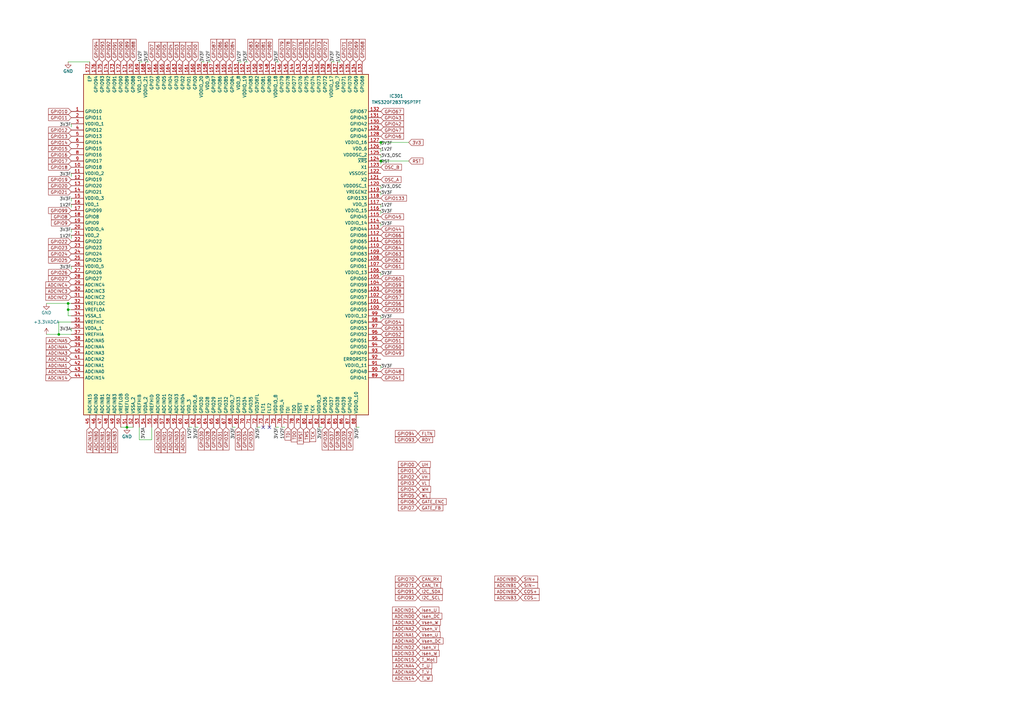
<source format=kicad_sch>
(kicad_sch (version 20231120) (generator "eeschema") (generator_version "8.0")
  (paper "A3")
  (lib_symbols
    (symbol "Samacsys_kicad_sym:TMS320F28379SPTPT"
      (property "Reference" "IC" (at 123.19 20.32 0))
      (property "Value" "TMS320F28379SPTPT" (at 123.19 17.78 0))
      (symbol "TMS320F28379SPTPT_1_1"
        (rectangle (start 5.08 15.24) (end 121.92 -124.46) (stroke (width 0.254)) (fill (type background)))
        (pin passive line (at 0 0 0) (length 5.08) (name "GPIO10") (number "1"))
        (pin passive line (at 0 -22.86 0) (length 5.08) (name "GPIO18") (number "10"))
        (pin passive line (at 127 -81.28 180) (length 5.08) (name "GPIO55") (number "100"))
        (pin passive line (at 127 -78.74 180) (length 5.08) (name "GPIO56") (number "101"))
        (pin passive line (at 127 -76.2 180) (length 5.08) (name "GPIO57") (number "102"))
        (pin passive line (at 127 -73.66 180) (length 5.08) (name "GPIO58") (number "103"))
        (pin passive line (at 127 -71.12 180) (length 5.08) (name "GPIO59") (number "104"))
        (pin passive line (at 127 -68.58 180) (length 5.08) (name "GPIO60") (number "105"))
        (pin passive line (at 127 -66.04 180) (length 5.08) (name "VDDIO_13") (number "106"))
        (pin passive line (at 127 -63.5 180) (length 5.08) (name "GPIO61") (number "107"))
        (pin passive line (at 127 -60.96 180) (length 5.08) (name "GPIO62") (number "108"))
        (pin passive line (at 127 -58.42 180) (length 5.08) (name "GPIO63") (number "109"))
        (pin passive line (at 0 -25.4 0) (length 5.08) (name "VDDIO_2") (number "11"))
        (pin passive line (at 127 -55.88 180) (length 5.08) (name "GPIO64") (number "110"))
        (pin passive line (at 127 -53.34 180) (length 5.08) (name "GPIO65") (number "111"))
        (pin passive line (at 127 -50.8 180) (length 5.08) (name "GPIO66") (number "112"))
        (pin passive line (at 127 -48.26 180) (length 5.08) (name "GPIO44") (number "113"))
        (pin passive line (at 127 -45.72 180) (length 5.08) (name "VDDIO_14") (number "114"))
        (pin passive line (at 127 -43.18 180) (length 5.08) (name "GPIO45") (number "115"))
        (pin passive line (at 127 -40.64 180) (length 5.08) (name "VDDIO_15") (number "116"))
        (pin passive line (at 127 -38.1 180) (length 5.08) (name "VDD_5") (number "117"))
        (pin passive line (at 127 -35.56 180) (length 5.08) (name "GPIO133") (number "118"))
        (pin passive line (at 127 -33.02 180) (length 5.08) (name "VREGENZ") (number "119"))
        (pin passive line (at 0 -27.94 0) (length 5.08) (name "GPIO19") (number "12"))
        (pin passive line (at 127 -30.48 180) (length 5.08) (name "VDDOSC_1") (number "120"))
        (pin passive line (at 127 -27.94 180) (length 5.08) (name "X2") (number "121"))
        (pin passive line (at 127 -25.4 180) (length 5.08) (name "VSSOSC") (number "122"))
        (pin passive line (at 127 -22.86 180) (length 5.08) (name "X1") (number "123"))
        (pin passive line (at 127 -20.32 180) (length 5.08) (name "~{XRS}") (number "124"))
        (pin passive line (at 127 -17.78 180) (length 5.08) (name "VDDOSC_2") (number "125"))
        (pin passive line (at 127 -15.24 180) (length 5.08) (name "VDD_6") (number "126"))
        (pin passive line (at 127 -12.7 180) (length 5.08) (name "VDDIO_16") (number "127"))
        (pin passive line (at 127 -10.16 180) (length 5.08) (name "GPIO46") (number "128"))
        (pin passive line (at 127 -7.62 180) (length 5.08) (name "GPIO47") (number "129"))
        (pin passive line (at 0 -30.48 0) (length 5.08) (name "GPIO20") (number "13"))
        (pin passive line (at 127 -5.08 180) (length 5.08) (name "GPIO42") (number "130"))
        (pin passive line (at 127 -2.54 180) (length 5.08) (name "GPIO43") (number "131"))
        (pin passive line (at 127 0 180) (length 5.08) (name "GPIO67") (number "132"))
        (pin passive line (at 119.38 20.32 270) (length 5.08) (name "GPIO68") (number "133"))
        (pin passive line (at 116.84 20.32 270) (length 5.08) (name "GPIO69") (number "134"))
        (pin passive line (at 114.3 20.32 270) (length 5.08) (name "GPIO70") (number "135"))
        (pin passive line (at 111.76 20.32 270) (length 5.08) (name "GPIO71") (number "136"))
        (pin passive line (at 109.22 20.32 270) (length 5.08) (name "VDD_7") (number "137"))
        (pin passive line (at 106.68 20.32 270) (length 5.08) (name "VDDIO_17") (number "138"))
        (pin passive line (at 104.14 20.32 270) (length 5.08) (name "GPIO72") (number "139"))
        (pin passive line (at 0 -33.02 0) (length 5.08) (name "GPIO21") (number "14"))
        (pin passive line (at 101.6 20.32 270) (length 5.08) (name "GPIO73") (number "140"))
        (pin passive line (at 99.06 20.32 270) (length 5.08) (name "GPIO74") (number "141"))
        (pin passive line (at 96.52 20.32 270) (length 5.08) (name "GPIO75") (number "142"))
        (pin passive line (at 93.98 20.32 270) (length 5.08) (name "GPIO76") (number "143"))
        (pin passive line (at 91.44 20.32 270) (length 5.08) (name "GPIO77") (number "144"))
        (pin passive line (at 88.9 20.32 270) (length 5.08) (name "GPIO78") (number "145"))
        (pin passive line (at 86.36 20.32 270) (length 5.08) (name "GPIO79") (number "146"))
        (pin passive line (at 83.82 20.32 270) (length 5.08) (name "VDDIO_18") (number "147"))
        (pin passive line (at 81.28 20.32 270) (length 5.08) (name "GPIO80") (number "148"))
        (pin passive line (at 78.74 20.32 270) (length 5.08) (name "GPIO81") (number "149"))
        (pin passive line (at 0 -35.56 0) (length 5.08) (name "VDDIO_3") (number "15"))
        (pin passive line (at 76.2 20.32 270) (length 5.08) (name "GPIO82") (number "150"))
        (pin passive line (at 73.66 20.32 270) (length 5.08) (name "GPIO83") (number "151"))
        (pin passive line (at 71.12 20.32 270) (length 5.08) (name "VDDIO_19") (number "152"))
        (pin passive line (at 68.58 20.32 270) (length 5.08) (name "VDD_8") (number "153"))
        (pin passive line (at 66.04 20.32 270) (length 5.08) (name "GPIO84") (number "154"))
        (pin passive line (at 63.5 20.32 270) (length 5.08) (name "GPIO85") (number "155"))
        (pin passive line (at 60.96 20.32 270) (length 5.08) (name "GPIO86") (number "156"))
        (pin passive line (at 58.42 20.32 270) (length 5.08) (name "GPIO87") (number "157"))
        (pin passive line (at 55.88 20.32 270) (length 5.08) (name "VDD_9") (number "158"))
        (pin passive line (at 53.34 20.32 270) (length 5.08) (name "VDDIO_20") (number "159"))
        (pin passive line (at 0 -38.1 0) (length 5.08) (name "VDD_1") (number "16"))
        (pin passive line (at 50.8 20.32 270) (length 5.08) (name "GPIO0") (number "160"))
        (pin passive line (at 48.26 20.32 270) (length 5.08) (name "GPIO1") (number "161"))
        (pin passive line (at 45.72 20.32 270) (length 5.08) (name "GPIO2") (number "162"))
        (pin passive line (at 43.18 20.32 270) (length 5.08) (name "GPIO3") (number "163"))
        (pin passive line (at 40.64 20.32 270) (length 5.08) (name "GPIO4") (number "164"))
        (pin passive line (at 38.1 20.32 270) (length 5.08) (name "GPIO5") (number "165"))
        (pin passive line (at 35.56 20.32 270) (length 5.08) (name "GPIO6") (number "166"))
        (pin passive line (at 33.02 20.32 270) (length 5.08) (name "GPIO7") (number "167"))
        (pin passive line (at 30.48 20.32 270) (length 5.08) (name "VDDIO_21") (number "168"))
        (pin passive line (at 27.94 20.32 270) (length 5.08) (name "VDD_10") (number "169"))
        (pin passive line (at 0 -40.64 0) (length 5.08) (name "GPIO99") (number "17"))
        (pin passive line (at 25.4 20.32 270) (length 5.08) (name "GPIO88") (number "170"))
        (pin passive line (at 22.86 20.32 270) (length 5.08) (name "GPIO89") (number "171"))
        (pin passive line (at 20.32 20.32 270) (length 5.08) (name "GPIO90") (number "172"))
        (pin passive line (at 17.78 20.32 270) (length 5.08) (name "GPIO91") (number "173"))
        (pin passive line (at 15.24 20.32 270) (length 5.08) (name "GPIO92") (number "174"))
        (pin passive line (at 12.7 20.32 270) (length 5.08) (name "GPIO93") (number "175"))
        (pin passive line (at 10.16 20.32 270) (length 5.08) (name "GPIO94") (number "176"))
        (pin passive line (at 7.62 20.32 270) (length 5.08) (name "EP") (number "177"))
        (pin passive line (at 0 -43.18 0) (length 5.08) (name "GPIO8") (number "18"))
        (pin passive line (at 0 -45.72 0) (length 5.08) (name "GPIO9") (number "19"))
        (pin passive line (at 0 -2.54 0) (length 5.08) (name "GPIO11") (number "2"))
        (pin passive line (at 0 -48.26 0) (length 5.08) (name "VDDIO_4") (number "20"))
        (pin passive line (at 0 -50.8 0) (length 5.08) (name "VDD_2") (number "21"))
        (pin passive line (at 0 -53.34 0) (length 5.08) (name "GPIO22") (number "22"))
        (pin passive line (at 0 -55.88 0) (length 5.08) (name "GPIO23") (number "23"))
        (pin passive line (at 0 -58.42 0) (length 5.08) (name "GPIO24") (number "24"))
        (pin passive line (at 0 -60.96 0) (length 5.08) (name "GPIO25") (number "25"))
        (pin passive line (at 0 -63.5 0) (length 5.08) (name "VDDIO_5") (number "26"))
        (pin passive line (at 0 -66.04 0) (length 5.08) (name "GPIO26") (number "27"))
        (pin passive line (at 0 -68.58 0) (length 5.08) (name "GPIO27") (number "28"))
        (pin passive line (at 0 -71.12 0) (length 5.08) (name "ADCINC4") (number "29"))
        (pin passive line (at 0 -5.08 0) (length 5.08) (name "VDDIO_1") (number "3"))
        (pin passive line (at 0 -73.66 0) (length 5.08) (name "ADCINC3") (number "30"))
        (pin passive line (at 0 -76.2 0) (length 5.08) (name "ADCINC2") (number "31"))
        (pin passive line (at 0 -78.74 0) (length 5.08) (name "VREFLOC") (number "32"))
        (pin passive line (at 0 -81.28 0) (length 5.08) (name "VREFLOA") (number "33"))
        (pin passive line (at 0 -83.82 0) (length 5.08) (name "VSSA_1") (number "34"))
        (pin passive line (at 0 -86.36 0) (length 5.08) (name "VREFHIC") (number "35"))
        (pin passive line (at 0 -88.9 0) (length 5.08) (name "VDDA_1") (number "36"))
        (pin passive line (at 0 -91.44 0) (length 5.08) (name "VREFHIA") (number "37"))
        (pin passive line (at 0 -93.98 0) (length 5.08) (name "ADCINA5") (number "38"))
        (pin passive line (at 0 -96.52 0) (length 5.08) (name "ADCINA4") (number "39"))
        (pin passive line (at 0 -7.62 0) (length 5.08) (name "GPIO12") (number "4"))
        (pin passive line (at 0 -99.06 0) (length 5.08) (name "ADCINA3") (number "40"))
        (pin passive line (at 0 -101.6 0) (length 5.08) (name "ADCINA2") (number "41"))
        (pin passive line (at 0 -104.14 0) (length 5.08) (name "ADCINA1") (number "42"))
        (pin passive line (at 0 -106.68 0) (length 5.08) (name "ADCINA0") (number "43"))
        (pin passive line (at 0 -109.22 0) (length 5.08) (name "ADCIN14") (number "44"))
        (pin passive line (at 7.62 -129.54 90) (length 5.08) (name "ADCIN15") (number "45"))
        (pin passive line (at 10.16 -129.54 90) (length 5.08) (name "ADCINB0") (number "46"))
        (pin passive line (at 12.7 -129.54 90) (length 5.08) (name "ADCINB1") (number "47"))
        (pin passive line (at 15.24 -129.54 90) (length 5.08) (name "ADCINB2") (number "48"))
        (pin passive line (at 17.78 -129.54 90) (length 5.08) (name "ADCINB3") (number "49"))
        (pin passive line (at 0 -10.16 0) (length 5.08) (name "GPIO13") (number "5"))
        (pin passive line (at 20.32 -129.54 90) (length 5.08) (name "VREFLOB") (number "50"))
        (pin passive line (at 22.86 -129.54 90) (length 5.08) (name "VREFLOD") (number "51"))
        (pin passive line (at 25.4 -129.54 90) (length 5.08) (name "VSSA_2") (number "52"))
        (pin passive line (at 27.94 -129.54 90) (length 5.08) (name "VREFHIB") (number "53"))
        (pin passive line (at 30.48 -129.54 90) (length 5.08) (name "VDDA_2") (number "54"))
        (pin passive line (at 33.02 -129.54 90) (length 5.08) (name "VREFHID") (number "55"))
        (pin passive line (at 35.56 -129.54 90) (length 5.08) (name "ADCIND0") (number "56"))
        (pin passive line (at 38.1 -129.54 90) (length 5.08) (name "ADCIND1") (number "57"))
        (pin passive line (at 40.64 -129.54 90) (length 5.08) (name "ADCIND2") (number "58"))
        (pin passive line (at 43.18 -129.54 90) (length 5.08) (name "ADCIND3") (number "59"))
        (pin passive line (at 0 -12.7 0) (length 5.08) (name "GPIO14") (number "6"))
        (pin passive line (at 45.72 -129.54 90) (length 5.08) (name "ADCIND4") (number "60"))
        (pin passive line (at 48.26 -129.54 90) (length 5.08) (name "VDD_3") (number "61"))
        (pin passive line (at 50.8 -129.54 90) (length 5.08) (name "VDDIO_6") (number "62"))
        (pin passive line (at 53.34 -129.54 90) (length 5.08) (name "GPIO30") (number "63"))
        (pin passive line (at 55.88 -129.54 90) (length 5.08) (name "GPIO28") (number "64"))
        (pin passive line (at 58.42 -129.54 90) (length 5.08) (name "GPIO29") (number "65"))
        (pin passive line (at 60.96 -129.54 90) (length 5.08) (name "GPIO31") (number "66"))
        (pin passive line (at 63.5 -129.54 90) (length 5.08) (name "GPIO32") (number "67"))
        (pin passive line (at 66.04 -129.54 90) (length 5.08) (name "VDDIO_7") (number "68"))
        (pin passive line (at 68.58 -129.54 90) (length 5.08) (name "GPIO33") (number "69"))
        (pin passive line (at 0 -15.24 0) (length 5.08) (name "GPIO15") (number "7"))
        (pin passive line (at 71.12 -129.54 90) (length 5.08) (name "GPIO34") (number "70"))
        (pin passive line (at 73.66 -129.54 90) (length 5.08) (name "GPIO35") (number "71"))
        (pin passive line (at 76.2 -129.54 90) (length 5.08) (name "VDD3VFL") (number "72"))
        (pin passive line (at 78.74 -129.54 90) (length 5.08) (name "FLT1") (number "73"))
        (pin passive line (at 81.28 -129.54 90) (length 5.08) (name "FLT2") (number "74"))
        (pin passive line (at 83.82 -129.54 90) (length 5.08) (name "VDDIO_8") (number "75"))
        (pin passive line (at 86.36 -129.54 90) (length 5.08) (name "VDD_4") (number "76"))
        (pin passive line (at 88.9 -129.54 90) (length 5.08) (name "TDI") (number "77"))
        (pin passive line (at 91.44 -129.54 90) (length 5.08) (name "TDO") (number "78"))
        (pin passive line (at 93.98 -129.54 90) (length 5.08) (name "~{TRST}") (number "79"))
        (pin passive line (at 0 -17.78 0) (length 5.08) (name "GPIO16") (number "8"))
        (pin passive line (at 96.52 -129.54 90) (length 5.08) (name "TMS") (number "80"))
        (pin passive line (at 99.06 -129.54 90) (length 5.08) (name "TCK") (number "81"))
        (pin passive line (at 101.6 -129.54 90) (length 5.08) (name "VDDIO_9") (number "82"))
        (pin passive line (at 104.14 -129.54 90) (length 5.08) (name "GPIO36") (number "83"))
        (pin passive line (at 106.68 -129.54 90) (length 5.08) (name "GPIO37") (number "84"))
        (pin passive line (at 109.22 -129.54 90) (length 5.08) (name "GPIO38") (number "85"))
        (pin passive line (at 111.76 -129.54 90) (length 5.08) (name "GPIO39") (number "86"))
        (pin passive line (at 114.3 -129.54 90) (length 5.08) (name "GPIO40") (number "87"))
        (pin passive line (at 116.84 -129.54 90) (length 5.08) (name "VDDIO_10") (number "88"))
        (pin passive line (at 127 -109.22 180) (length 5.08) (name "GPIO41") (number "89"))
        (pin passive line (at 0 -20.32 0) (length 5.08) (name "GPIO17") (number "9"))
        (pin passive line (at 127 -106.68 180) (length 5.08) (name "GPIO48") (number "90"))
        (pin passive line (at 127 -104.14 180) (length 5.08) (name "VDDIO_11") (number "91"))
        (pin passive line (at 127 -101.6 180) (length 5.08) (name "ERRORSTS") (number "92"))
        (pin passive line (at 127 -99.06 180) (length 5.08) (name "GPIO49") (number "93"))
        (pin passive line (at 127 -96.52 180) (length 5.08) (name "GPIO50") (number "94"))
        (pin passive line (at 127 -93.98 180) (length 5.08) (name "GPIO51") (number "95"))
        (pin passive line (at 127 -91.44 180) (length 5.08) (name "GPIO52") (number "96"))
        (pin passive line (at 127 -88.9 180) (length 5.08) (name "GPIO53") (number "97"))
        (pin passive line (at 127 -86.36 180) (length 5.08) (name "GPIO54") (number "98"))
        (pin passive line (at 127 -83.82 180) (length 5.08) (name "VDDIO_12") (number "99"))
      )
    )
    (symbol "power:+3.3VADC" (power) (pin_names (offset 0))
      (property "Value" "+3.3VADC" (at 0 2.54 0))
      (symbol "+3.3VADC_0_0"
        (pin power_in line (at 0 0 90) (length 0) hide (name "+3.3VADC") (number "1"))
      )
      (symbol "+3.3VADC_0_1"
        (polyline (pts (xy -0.762 1.27) (xy 0 2.54)))
        (polyline (pts (xy 0 0) (xy 0 2.54)))
        (polyline (pts (xy 0 2.54) (xy 0.762 1.27)))
      )
    )
    (symbol "power:GND" (power) (pin_names (offset 0))
      (property "Value" "GND" (at 0 -3.81 0))
      (symbol "GND_0_1"
        (polyline (pts (xy 0 0) (xy 0 -1.27) (xy 1.27 -1.27) (xy 0 -2.54) (xy -1.27 -1.27) (xy 0 -1.27)))
      )
      (symbol "GND_1_1"
        (pin power_in line (at 0 0 270) (length 0) hide (name "GND") (number "1"))
      )
    )
  )
  (junction (at 24.13 137.16))
  (junction (at 27.94 127))
  (junction (at 156.21 58.42))
  (junction (at 156.21 66.04))
  (junction (at 52.07 175.26))
  (junction (at 27.94 124.46))
  (no_connect (at 110.49 175.26))
  (no_connect (at 107.95 175.26))
  (wire (pts (xy 62.23 180.34) (xy 62.23 175.26)))
  (wire (pts (xy 132.08 175.26) (xy 130.81 175.26)))
  (wire (pts (xy 58.42 25.4) (xy 57.15 25.4)))
  (wire (pts (xy 19.05 124.46) (xy 27.94 124.46)))
  (wire (pts (xy 57.15 175.26) (xy 57.15 180.34)))
  (wire (pts (xy 60.96 25.4) (xy 59.69 25.4)))
  (wire (pts (xy 81.28 175.26) (xy 80.01 175.26)))
  (wire (pts (xy 156.21 85.09) (xy 156.21 83.82)))
  (wire (pts (xy 29.21 95.25) (xy 29.21 93.98)))
  (wire (pts (xy 156.21 113.03) (xy 156.21 111.76)))
  (wire (pts (xy 27.94 127) (xy 29.21 127)))
  (wire (pts (xy 156.21 151.13) (xy 156.21 149.86)))
  (wire (pts (xy 156.21 130.81) (xy 156.21 129.54)))
  (wire (pts (xy 156.21 92.71) (xy 156.21 91.44)))
  (wire (pts (xy 156.21 62.23) (xy 156.21 60.96)))
  (wire (pts (xy 27.94 127) (xy 27.94 129.54)))
  (wire (pts (xy 114.3 25.4) (xy 113.03 25.4)))
  (wire (pts (xy 156.21 64.77) (xy 156.21 63.5)))
  (wire (pts (xy 114.3 175.26) (xy 113.03 175.26)))
  (wire (pts (xy 83.82 25.4) (xy 82.55 25.4)))
  (wire (pts (xy 29.21 72.39) (xy 29.21 71.12)))
  (wire (pts (xy 156.21 67.31) (xy 156.21 66.04)))
  (wire (pts (xy 156.21 80.01) (xy 156.21 78.74)))
  (wire (pts (xy 137.16 25.4) (xy 135.89 25.4)))
  (wire (pts (xy 19.05 137.16) (xy 24.13 137.16)))
  (wire (pts (xy 27.94 124.46) (xy 29.21 124.46)))
  (wire (pts (xy 49.53 175.26) (xy 52.07 175.26)))
  (wire (pts (xy 101.6 25.4) (xy 100.33 25.4)))
  (wire (pts (xy 116.84 175.26) (xy 115.57 175.26)))
  (wire (pts (xy 86.36 25.4) (xy 85.09 25.4)))
  (wire (pts (xy 106.68 175.26) (xy 105.41 175.26)))
  (wire (pts (xy 29.21 110.49) (xy 29.21 109.22)))
  (wire (pts (xy 156.21 58.42) (xy 167.64 58.42)))
  (wire (pts (xy 24.13 137.16) (xy 24.13 132.08)))
  (wire (pts (xy 156.21 87.63) (xy 156.21 86.36)))
  (wire (pts (xy 27.94 124.46) (xy 27.94 127)))
  (wire (pts (xy 29.21 137.16) (xy 24.13 137.16)))
  (wire (pts (xy 27.94 129.54) (xy 29.21 129.54)))
  (wire (pts (xy 57.15 180.34) (xy 62.23 180.34)))
  (wire (pts (xy 78.74 175.26) (xy 77.47 175.26)))
  (wire (pts (xy 29.21 85.09) (xy 29.21 83.82)))
  (wire (pts (xy 96.52 175.26) (xy 95.25 175.26)))
  (wire (pts (xy 147.32 175.26) (xy 146.05 175.26)))
  (wire (pts (xy 139.7 25.4) (xy 138.43 25.4)))
  (wire (pts (xy 52.07 175.26) (xy 54.61 175.26)))
  (wire (pts (xy 99.06 25.4) (xy 97.79 25.4)))
  (wire (pts (xy 29.21 82.55) (xy 29.21 81.28)))
  (wire (pts (xy 29.21 52.07) (xy 29.21 50.8)))
  (wire (pts (xy 27.94 25.4) (xy 36.83 25.4)))
  (wire (pts (xy 156.21 77.47) (xy 156.21 76.2)))
  (wire (pts (xy 29.21 97.79) (xy 29.21 96.52)))
  (wire (pts (xy 156.21 66.04) (xy 167.64 66.04)))
  (wire (pts (xy 29.21 135.89) (xy 29.21 134.62)))
  (wire (pts (xy 156.21 59.69) (xy 156.21 58.42)))
  (wire (pts (xy 24.13 132.08) (xy 29.21 132.08)))
  (label "1V2F" (at 29.21 97.79 180))
  (label "3V3F" (at 29.21 72.39 180))
  (label "3V3F" (at 156.21 130.81 0))
  (label "3V3F" (at 114.3 175.26 270))
  (label "RST" (at 156.21 67.31 0))
  (label "1V2F" (at 58.42 25.4 90))
  (label "3V3F" (at 147.32 175.26 270))
  (label "3V3F" (at 101.6 25.4 90))
  (label "3V3F" (at 156.21 87.63 0))
  (label "3V3F" (at 156.21 80.01 0))
  (label "3V3F" (at 114.3 25.4 90))
  (label "3V3F" (at 96.52 175.26 270))
  (label "3V3F" (at 29.21 110.49 180))
  (label "1V2F" (at 29.21 85.09 180))
  (label "1V2F" (at 139.7 25.4 90))
  (label "3V3F" (at 29.21 82.55 180))
  (label "3V3F" (at 156.21 59.69 0))
  (label "3V3F" (at 106.68 175.26 270))
  (label "1V2F" (at 99.06 25.4 90))
  (label "3V3F" (at 29.21 95.25 180))
  (label "3V3F" (at 83.82 25.4 90))
  (label "1V2F" (at 78.74 175.26 270))
  (label "3V3F" (at 132.08 175.26 270))
  (label "3V3F" (at 156.21 151.13 0))
  (label "3V3F" (at 156.21 113.03 0))
  (label "3V3F" (at 156.21 92.71 0))
  (label "1V2F" (at 156.21 62.23 0))
  (label "3V3A" (at 59.69 175.26 270))
  (label "3V3F" (at 137.16 25.4 90))
  (label "1V2F" (at 116.84 175.26 270))
  (label "3V3F" (at 29.21 52.07 180))
  (label "3V3A" (at 29.21 135.89 180))
  (label "1V2F" (at 86.36 25.4 90))
  (label "3V3_OSC" (at 156.21 64.77 0))
  (label "3V3F" (at 60.96 25.4 90))
  (label "3V3_OSC" (at 156.21 77.47 0))
  (label "3V3F" (at 81.28 175.26 270))
  (label "1V2F" (at 156.21 85.09 0))
  (global_label "GPIO76" (shape input) (at 123.19 25.4 90) (property "Intersheetrefs" "${INTERSHEET_REFS}" (effects (hide yes))))
  (global_label "T_V" (shape input) (at 171.45 275.59 0) (property "Intersheetrefs" "${INTERSHEET_REFS}" (effects (hide yes))))
  (global_label "GPIO0" (shape input) (at 80.01 25.4 90) (property "Intersheetrefs" "${INTERSHEET_REFS}" (effects (hide yes))))
  (global_label "GPIO79" (shape input) (at 115.57 25.4 90) (property "Intersheetrefs" "${INTERSHEET_REFS}" (effects (hide yes))))
  (global_label "ADCINC3" (shape input) (at 29.21 119.38 180) (property "Intersheetrefs" "${INTERSHEET_REFS}" (effects (hide yes))))
  (global_label "GPIO89" (shape input) (at 52.07 25.4 90) (property "Intersheetrefs" "${INTERSHEET_REFS}" (effects (hide yes))))
  (global_label "ADCIND1" (shape input) (at 67.31 175.26 270) (property "Intersheetrefs" "${INTERSHEET_REFS}" (effects (hide yes))))
  (global_label "ADCINA0" (shape input) (at 29.21 152.4 180) (property "Intersheetrefs" "${INTERSHEET_REFS}" (effects (hide yes))))
  (global_label "ADCINB0" (shape input) (at 39.37 175.26 270) (property "Intersheetrefs" "${INTERSHEET_REFS}" (effects (hide yes))))
  (global_label "GPIO65" (shape input) (at 156.21 99.06 0) (property "Intersheetrefs" "${INTERSHEET_REFS}" (effects (hide yes))))
  (global_label "GPIO58" (shape input) (at 156.21 119.38 0) (property "Intersheetrefs" "${INTERSHEET_REFS}" (effects (hide yes))))
  (global_label "T_U" (shape input) (at 171.45 273.05 0) (property "Intersheetrefs" "${INTERSHEET_REFS}" (effects (hide yes))))
  (global_label "GPIO46" (shape input) (at 156.21 55.88 0) (property "Intersheetrefs" "${INTERSHEET_REFS}" (effects (hide yes))))
  (global_label "GPIO12" (shape input) (at 29.21 53.34 180) (property "Intersheetrefs" "${INTERSHEET_REFS}" (effects (hide yes))))
  (global_label "GPIO26" (shape input) (at 29.21 111.76 180) (property "Intersheetrefs" "${INTERSHEET_REFS}" (effects (hide yes))))
  (global_label "GPIO20" (shape input) (at 29.21 76.2 180) (property "Intersheetrefs" "${INTERSHEET_REFS}" (effects (hide yes))))
  (global_label "T_Mot" (shape input) (at 171.45 270.51 0) (property "Intersheetrefs" "${INTERSHEET_REFS}" (effects (hide yes))))
  (global_label "GPIO80" (shape input) (at 110.49 25.4 90) (property "Intersheetrefs" "${INTERSHEET_REFS}" (effects (hide yes))))
  (global_label "GPIO41" (shape input) (at 156.21 154.94 0) (property "Intersheetrefs" "${INTERSHEET_REFS}" (effects (hide yes))))
  (global_label "GPIO75" (shape input) (at 125.73 25.4 90) (property "Intersheetrefs" "${INTERSHEET_REFS}" (effects (hide yes))))
  (global_label "GPIO37" (shape input) (at 135.89 175.26 270) (property "Intersheetrefs" "${INTERSHEET_REFS}" (effects (hide yes))))
  (global_label "GPIO27" (shape input) (at 29.21 114.3 180) (property "Intersheetrefs" "${INTERSHEET_REFS}" (effects (hide yes))))
  (global_label "GPIO23" (shape input) (at 29.21 101.6 180) (property "Intersheetrefs" "${INTERSHEET_REFS}" (effects (hide yes))))
  (global_label "GPIO133" (shape input) (at 156.21 81.28 0) (property "Intersheetrefs" "${INTERSHEET_REFS}" (effects (hide yes))))
  (global_label "GPIO81" (shape input) (at 107.95 25.4 90) (property "Intersheetrefs" "${INTERSHEET_REFS}" (effects (hide yes))))
  (global_label "GPIO6" (shape input) (at 64.77 25.4 90) (property "Intersheetrefs" "${INTERSHEET_REFS}" (effects (hide yes))))
  (global_label "I2C_SDA" (shape input) (at 171.45 242.57 0) (property "Intersheetrefs" "${INTERSHEET_REFS}" (effects (hide yes))))
  (global_label "GPIO45" (shape input) (at 156.21 88.9 0) (property "Intersheetrefs" "${INTERSHEET_REFS}" (effects (hide yes))))
  (global_label "GPIO3" (shape input) (at 72.39 25.4 90) (property "Intersheetrefs" "${INTERSHEET_REFS}" (effects (hide yes))))
  (global_label "GPIO7" (shape input) (at 171.45 208.28 180) (property "Intersheetrefs" "${INTERSHEET_REFS}" (effects (hide yes))))
  (global_label "GPIO31" (shape input) (at 90.17 175.26 270) (property "Intersheetrefs" "${INTERSHEET_REFS}" (effects (hide yes))))
  (global_label "SIN+" (shape input) (at 213.36 237.49 0) (property "Intersheetrefs" "${INTERSHEET_REFS}" (effects (hide yes))))
  (global_label "TDI" (shape input) (at 118.11 175.26 270) (property "Intersheetrefs" "${INTERSHEET_REFS}" (effects (hide yes))))
  (global_label "GPIO90" (shape input) (at 49.53 25.4 90) (property "Intersheetrefs" "${INTERSHEET_REFS}" (effects (hide yes))))
  (global_label "GPIO69" (shape input) (at 146.05 25.4 90) (property "Intersheetrefs" "${INTERSHEET_REFS}" (effects (hide yes))))
  (global_label "GPIO74" (shape input) (at 128.27 25.4 90) (property "Intersheetrefs" "${INTERSHEET_REFS}" (effects (hide yes))))
  (global_label "GPIO14" (shape input) (at 29.21 58.42 180) (property "Intersheetrefs" "${INTERSHEET_REFS}" (effects (hide yes))))
  (global_label "GPIO0" (shape input) (at 171.45 190.5 180) (property "Intersheetrefs" "${INTERSHEET_REFS}" (effects (hide yes))))
  (global_label "GPIO71" (shape input) (at 171.45 240.03 180) (property "Intersheetrefs" "${INTERSHEET_REFS}" (effects (hide yes))))
  (global_label "GPIO8" (shape input) (at 29.21 88.9 180) (property "Intersheetrefs" "${INTERSHEET_REFS}" (effects (hide yes))))
  (global_label "GPIO83" (shape input) (at 102.87 25.4 90) (property "Intersheetrefs" "${INTERSHEET_REFS}" (effects (hide yes))))
  (global_label "GATE_FB" (shape input) (at 171.45 208.28 0) (property "Intersheetrefs" "${INTERSHEET_REFS}" (effects (hide yes))))
  (global_label "Isen_V" (shape input) (at 171.45 265.43 0) (property "Intersheetrefs" "${INTERSHEET_REFS}" (effects (hide yes))))
  (global_label "GPIO57" (shape input) (at 156.21 121.92 0) (property "Intersheetrefs" "${INTERSHEET_REFS}" (effects (hide yes))))
  (global_label "ADCINB1" (shape input) (at 41.91 175.26 270) (property "Intersheetrefs" "${INTERSHEET_REFS}" (effects (hide yes))))
  (global_label "Vsen_DC" (shape input) (at 171.45 262.89 0) (property "Intersheetrefs" "${INTERSHEET_REFS}" (effects (hide yes))))
  (global_label "ADCIN15" (shape input) (at 171.45 270.51 180) (property "Intersheetrefs" "${INTERSHEET_REFS}" (effects (hide yes))))
  (global_label "GPIO52" (shape input) (at 156.21 137.16 0) (property "Intersheetrefs" "${INTERSHEET_REFS}" (effects (hide yes))))
  (global_label "GPIO61" (shape input) (at 156.21 109.22 0) (property "Intersheetrefs" "${INTERSHEET_REFS}" (effects (hide yes))))
  (global_label "ADCINB3" (shape input) (at 46.99 175.26 270) (property "Intersheetrefs" "${INTERSHEET_REFS}" (effects (hide yes))))
  (global_label "GPIO2" (shape input) (at 74.93 25.4 90) (property "Intersheetrefs" "${INTERSHEET_REFS}" (effects (hide yes))))
  (global_label "GPIO28" (shape input) (at 85.09 175.26 270) (property "Intersheetrefs" "${INTERSHEET_REFS}" (effects (hide yes))))
  (global_label "GPIO50" (shape input) (at 156.21 142.24 0) (property "Intersheetrefs" "${INTERSHEET_REFS}" (effects (hide yes))))
  (global_label "GPIO4" (shape input) (at 171.45 200.66 180) (property "Intersheetrefs" "${INTERSHEET_REFS}" (effects (hide yes))))
  (global_label "ADCIND0" (shape input) (at 64.77 175.26 270) (property "Intersheetrefs" "${INTERSHEET_REFS}" (effects (hide yes))))
  (global_label "Vsen_U" (shape input) (at 171.45 260.35 0) (property "Intersheetrefs" "${INTERSHEET_REFS}" (effects (hide yes))))
  (global_label "GPIO70" (shape input) (at 143.51 25.4 90) (property "Intersheetrefs" "${INTERSHEET_REFS}" (effects (hide yes))))
  (global_label "GPIO73" (shape input) (at 130.81 25.4 90) (property "Intersheetrefs" "${INTERSHEET_REFS}" (effects (hide yes))))
  (global_label "ADCINA3" (shape input) (at 171.45 255.27 180) (property "Intersheetrefs" "${INTERSHEET_REFS}" (effects (hide yes))))
  (global_label "ADCIND3" (shape input) (at 171.45 267.97 180) (property "Intersheetrefs" "${INTERSHEET_REFS}" (effects (hide yes))))
  (global_label "GPIO24" (shape input) (at 29.21 104.14 180) (property "Intersheetrefs" "${INTERSHEET_REFS}" (effects (hide yes))))
  (global_label "GPIO87" (shape input) (at 87.63 25.4 90) (property "Intersheetrefs" "${INTERSHEET_REFS}" (effects (hide yes))))
  (global_label "GPIO17" (shape input) (at 29.21 66.04 180) (property "Intersheetrefs" "${INTERSHEET_REFS}" (effects (hide yes))))
  (global_label "GPIO48" (shape input) (at 156.21 152.4 0) (property "Intersheetrefs" "${INTERSHEET_REFS}" (effects (hide yes))))
  (global_label "ADCIND0" (shape input) (at 171.45 252.73 180) (property "Intersheetrefs" "${INTERSHEET_REFS}" (effects (hide yes))))
  (global_label "GPIO6" (shape input) (at 171.45 205.74 180) (property "Intersheetrefs" "${INTERSHEET_REFS}" (effects (hide yes))))
  (global_label "GPIO86" (shape input) (at 90.17 25.4 90) (property "Intersheetrefs" "${INTERSHEET_REFS}" (effects (hide yes))))
  (global_label "GPIO92" (shape input) (at 171.45 245.11 180) (property "Intersheetrefs" "${INTERSHEET_REFS}" (effects (hide yes))))
  (global_label "GPIO4" (shape input) (at 69.85 25.4 90) (property "Intersheetrefs" "${INTERSHEET_REFS}" (effects (hide yes))))
  (global_label "GPIO9" (shape input) (at 29.21 91.44 180) (property "Intersheetrefs" "${INTERSHEET_REFS}" (effects (hide yes))))
  (global_label "ADCINB3" (shape input) (at 213.36 245.11 180) (property "Intersheetrefs" "${INTERSHEET_REFS}" (effects (hide yes))))
  (global_label "GPIO21" (shape input) (at 29.21 78.74 180) (property "Intersheetrefs" "${INTERSHEET_REFS}" (effects (hide yes))))
  (global_label "GPIO2" (shape input) (at 171.45 195.58 180) (property "Intersheetrefs" "${INTERSHEET_REFS}" (effects (hide yes))))
  (global_label "ADCINA4" (shape input) (at 171.45 273.05 180) (property "Intersheetrefs" "${INTERSHEET_REFS}" (effects (hide yes))))
  (global_label "GPIO19" (shape input) (at 29.21 73.66 180) (property "Intersheetrefs" "${INTERSHEET_REFS}" (effects (hide yes))))
  (global_label "GPIO30" (shape input) (at 82.55 175.26 270) (property "Intersheetrefs" "${INTERSHEET_REFS}" (effects (hide yes))))
  (global_label "GPIO59" (shape input) (at 156.21 116.84 0) (property "Intersheetrefs" "${INTERSHEET_REFS}" (effects (hide yes))))
  (global_label "GPIO38" (shape input) (at 138.43 175.26 270) (property "Intersheetrefs" "${INTERSHEET_REFS}" (effects (hide yes))))
  (global_label "Isen_DC" (shape input) (at 171.45 252.73 0) (property "Intersheetrefs" "${INTERSHEET_REFS}" (effects (hide yes))))
  (global_label "Vsen_V" (shape input) (at 171.45 257.81 0) (property "Intersheetrefs" "${INTERSHEET_REFS}" (effects (hide yes))))
  (global_label "GPIO22" (shape input) (at 29.21 99.06 180) (property "Intersheetrefs" "${INTERSHEET_REFS}" (effects (hide yes))))
  (global_label "ADCINA4" (shape input) (at 29.21 142.24 180) (property "Intersheetrefs" "${INTERSHEET_REFS}" (effects (hide yes))))
  (global_label "GPIO64" (shape input) (at 156.21 101.6 0) (property "Intersheetrefs" "${INTERSHEET_REFS}" (effects (hide yes))))
  (global_label "GPIO34" (shape input) (at 100.33 175.26 270) (property "Intersheetrefs" "${INTERSHEET_REFS}" (effects (hide yes))))
  (global_label "TMS" (shape input) (at 125.73 175.26 270) (property "Intersheetrefs" "${INTERSHEET_REFS}" (effects (hide yes))))
  (global_label "T_W" (shape input) (at 171.45 278.13 0) (property "Intersheetrefs" "${INTERSHEET_REFS}" (effects (hide yes))))
  (global_label "ADCIND2" (shape input) (at 171.45 265.43 180) (property "Intersheetrefs" "${INTERSHEET_REFS}" (effects (hide yes))))
  (global_label "ADCINA0" (shape input) (at 171.45 262.89 180) (property "Intersheetrefs" "${INTERSHEET_REFS}" (effects (hide yes))))
  (global_label "GPIO11" (shape input) (at 29.21 48.26 180) (property "Intersheetrefs" "${INTERSHEET_REFS}" (effects (hide yes))))
  (global_label "I2C_SCL" (shape input) (at 171.45 245.11 0) (property "Intersheetrefs" "${INTERSHEET_REFS}" (effects (hide yes))))
  (global_label "GPIO5" (shape input) (at 67.31 25.4 90) (property "Intersheetrefs" "${INTERSHEET_REFS}" (effects (hide yes))))
  (global_label "3V3" (shape input) (at 167.64 58.42 0) (property "Intersheetrefs" "${INTERSHEET_REFS}" (effects (hide yes))))
  (global_label "VL" (shape input) (at 171.45 198.12 0) (property "Intersheetrefs" "${INTERSHEET_REFS}" (effects (hide yes))))
  (global_label "ADCINC4" (shape input) (at 29.21 116.84 180) (property "Intersheetrefs" "${INTERSHEET_REFS}" (effects (hide yes))))
  (global_label "GPIO33" (shape input) (at 97.79 175.26 270) (property "Intersheetrefs" "${INTERSHEET_REFS}" (effects (hide yes))))
  (global_label "GPIO77" (shape input) (at 120.65 25.4 90) (property "Intersheetrefs" "${INTERSHEET_REFS}" (effects (hide yes))))
  (global_label "CAN_TX" (shape input) (at 171.45 240.03 0) (property "Intersheetrefs" "${INTERSHEET_REFS}" (effects (hide yes))))
  (global_label "ADCIN14" (shape input) (at 29.21 154.94 180) (property "Intersheetrefs" "${INTERSHEET_REFS}" (effects (hide yes))))
  (global_label "GPIO36" (shape input) (at 133.35 175.26 270) (property "Intersheetrefs" "${INTERSHEET_REFS}" (effects (hide yes))))
  (global_label "GPIO51" (shape input) (at 156.21 139.7 0) (property "Intersheetrefs" "${INTERSHEET_REFS}" (effects (hide yes))))
  (global_label "GPIO93" (shape input) (at 41.91 25.4 90) (property "Intersheetrefs" "${INTERSHEET_REFS}" (effects (hide yes))))
  (global_label "WL" (shape input) (at 171.45 203.2 0) (property "Intersheetrefs" "${INTERSHEET_REFS}" (effects (hide yes))))
  (global_label "RST" (shape input) (at 167.64 66.04 0) (property "Intersheetrefs" "${INTERSHEET_REFS}" (effects (hide yes))))
  (global_label "GPIO72" (shape input) (at 133.35 25.4 90) (property "Intersheetrefs" "${INTERSHEET_REFS}" (effects (hide yes))))
  (global_label "GPIO29" (shape input) (at 87.63 175.26 270) (property "Intersheetrefs" "${INTERSHEET_REFS}" (effects (hide yes))))
  (global_label "FLTN" (shape input) (at 171.45 177.8 0) (property "Intersheetrefs" "${INTERSHEET_REFS}" (effects (hide yes))))
  (global_label "ADCINA5" (shape input) (at 171.45 275.59 180) (property "Intersheetrefs" "${INTERSHEET_REFS}" (effects (hide yes))))
  (global_label "WH" (shape input) (at 171.45 200.66 0) (property "Intersheetrefs" "${INTERSHEET_REFS}" (effects (hide yes))))
  (global_label "ADCINB2" (shape input) (at 44.45 175.26 270) (property "Intersheetrefs" "${INTERSHEET_REFS}" (effects (hide yes))))
  (global_label "ADCINA5" (shape input) (at 29.21 139.7 180) (property "Intersheetrefs" "${INTERSHEET_REFS}" (effects (hide yes))))
  (global_label "GPIO88" (shape input) (at 54.61 25.4 90) (property "Intersheetrefs" "${INTERSHEET_REFS}" (effects (hide yes))))
  (global_label "GPIO3" (shape input) (at 171.45 198.12 180) (property "Intersheetrefs" "${INTERSHEET_REFS}" (effects (hide yes))))
  (global_label "GPIO25" (shape input) (at 29.21 106.68 180) (property "Intersheetrefs" "${INTERSHEET_REFS}" (effects (hide yes))))
  (global_label "ADCINA3" (shape input) (at 29.21 144.78 180) (property "Intersheetrefs" "${INTERSHEET_REFS}" (effects (hide yes))))
  (global_label "GPIO43" (shape input) (at 156.21 48.26 0) (property "Intersheetrefs" "${INTERSHEET_REFS}" (effects (hide yes))))
  (global_label "GPIO35" (shape input) (at 102.87 175.26 270) (property "Intersheetrefs" "${INTERSHEET_REFS}" (effects (hide yes))))
  (global_label "UL" (shape input) (at 171.45 193.04 0) (property "Intersheetrefs" "${INTERSHEET_REFS}" (effects (hide yes))))
  (global_label "GPIO18" (shape input) (at 29.21 68.58 180) (property "Intersheetrefs" "${INTERSHEET_REFS}" (effects (hide yes))))
  (global_label "COS-" (shape input) (at 213.36 245.11 0) (property "Intersheetrefs" "${INTERSHEET_REFS}" (effects (hide yes))))
  (global_label "GPIO84" (shape input) (at 95.25 25.4 90) (property "Intersheetrefs" "${INTERSHEET_REFS}" (effects (hide yes))))
  (global_label "ADCIN15" (shape input) (at 36.83 175.26 270) (property "Intersheetrefs" "${INTERSHEET_REFS}" (effects (hide yes))))
  (global_label "GPIO85" (shape input) (at 92.71 25.4 90) (property "Intersheetrefs" "${INTERSHEET_REFS}" (effects (hide yes))))
  (global_label "GPIO10" (shape input) (at 29.21 45.72 180) (property "Intersheetrefs" "${INTERSHEET_REFS}" (effects (hide yes))))
  (global_label "GPIO99" (shape input) (at 29.21 86.36 180) (property "Intersheetrefs" "${INTERSHEET_REFS}" (effects (hide yes))))
  (global_label "GPIO68" (shape input) (at 148.59 25.4 90) (property "Intersheetrefs" "${INTERSHEET_REFS}" (effects (hide yes))))
  (global_label "GPIO91" (shape input) (at 171.45 242.57 180) (property "Intersheetrefs" "${INTERSHEET_REFS}" (effects (hide yes))))
  (global_label "Isen_W" (shape input) (at 171.45 267.97 0) (property "Intersheetrefs" "${INTERSHEET_REFS}" (effects (hide yes))))
  (global_label "GPIO55" (shape input) (at 156.21 127 0) (property "Intersheetrefs" "${INTERSHEET_REFS}" (effects (hide yes))))
  (global_label "SIN-" (shape input) (at 213.36 240.03 0) (property "Intersheetrefs" "${INTERSHEET_REFS}" (effects (hide yes))))
  (global_label "ADCIND2" (shape input) (at 69.85 175.26 270) (property "Intersheetrefs" "${INTERSHEET_REFS}" (effects (hide yes))))
  (global_label "GPIO1" (shape input) (at 171.45 193.04 180) (property "Intersheetrefs" "${INTERSHEET_REFS}" (effects (hide yes))))
  (global_label "GPIO70" (shape input) (at 171.45 237.49 180) (property "Intersheetrefs" "${INTERSHEET_REFS}" (effects (hide yes))))
  (global_label "ADCINB2" (shape input) (at 213.36 242.57 180) (property "Intersheetrefs" "${INTERSHEET_REFS}" (effects (hide yes))))
  (global_label "Isen_U" (shape input) (at 171.45 250.19 0) (property "Intersheetrefs" "${INTERSHEET_REFS}" (effects (hide yes))))
  (global_label "TDO" (shape input) (at 120.65 175.26 270) (property "Intersheetrefs" "${INTERSHEET_REFS}" (effects (hide yes))))
  (global_label "VH" (shape input) (at 171.45 195.58 0) (property "Intersheetrefs" "${INTERSHEET_REFS}" (effects (hide yes))))
  (global_label "OSC_A" (shape input) (at 156.21 73.66 0) (property "Intersheetrefs" "${INTERSHEET_REFS}" (effects (hide yes))))
  (global_label "GPIO56" (shape input) (at 156.21 124.46 0) (property "Intersheetrefs" "${INTERSHEET_REFS}" (effects (hide yes))))
  (global_label "GPIO63" (shape input) (at 156.21 104.14 0) (property "Intersheetrefs" "${INTERSHEET_REFS}" (effects (hide yes))))
  (global_label "GPIO92" (shape input) (at 44.45 25.4 90) (property "Intersheetrefs" "${INTERSHEET_REFS}" (effects (hide yes))))
  (global_label "GPIO49" (shape input) (at 156.21 144.78 0) (property "Intersheetrefs" "${INTERSHEET_REFS}" (effects (hide yes))))
  (global_label "CAN_RX" (shape input) (at 171.45 237.49 0) (property "Intersheetrefs" "${INTERSHEET_REFS}" (effects (hide yes))))
  (global_label "ADCINB1" (shape input) (at 213.36 240.03 180) (property "Intersheetrefs" "${INTERSHEET_REFS}" (effects (hide yes))))
  (global_label "GPIO5" (shape input) (at 171.45 203.2 180) (property "Intersheetrefs" "${INTERSHEET_REFS}" (effects (hide yes))))
  (global_label "ADCINA2" (shape input) (at 29.21 147.32 180) (property "Intersheetrefs" "${INTERSHEET_REFS}" (effects (hide yes))))
  (global_label "TCK" (shape input) (at 128.27 175.26 270) (property "Intersheetrefs" "${INTERSHEET_REFS}" (effects (hide yes))))
  (global_label "RDY" (shape input) (at 171.45 180.34 0) (property "Intersheetrefs" "${INTERSHEET_REFS}" (effects (hide yes))))
  (global_label "GPIO39" (shape input) (at 140.97 175.26 270) (property "Intersheetrefs" "${INTERSHEET_REFS}" (effects (hide yes))))
  (global_label "GPIO71" (shape input) (at 140.97 25.4 90) (property "Intersheetrefs" "${INTERSHEET_REFS}" (effects (hide yes))))
  (global_label "ADCIND3" (shape input) (at 72.39 175.26 270) (property "Intersheetrefs" "${INTERSHEET_REFS}" (effects (hide yes))))
  (global_label "GPIO42" (shape input) (at 156.21 50.8 0) (property "Intersheetrefs" "${INTERSHEET_REFS}" (effects (hide yes))))
  (global_label "ADCIN14" (shape input) (at 171.45 278.13 180) (property "Intersheetrefs" "${INTERSHEET_REFS}" (effects (hide yes))))
  (global_label "GPIO82" (shape input) (at 105.41 25.4 90) (property "Intersheetrefs" "${INTERSHEET_REFS}" (effects (hide yes))))
  (global_label "ADCINA1" (shape input) (at 171.45 260.35 180) (property "Intersheetrefs" "${INTERSHEET_REFS}" (effects (hide yes))))
  (global_label "GPIO44" (shape input) (at 156.21 93.98 0) (property "Intersheetrefs" "${INTERSHEET_REFS}" (effects (hide yes))))
  (global_label "GPIO16" (shape input) (at 29.21 63.5 180) (property "Intersheetrefs" "${INTERSHEET_REFS}" (effects (hide yes))))
  (global_label "COS+" (shape input) (at 213.36 242.57 0) (property "Intersheetrefs" "${INTERSHEET_REFS}" (effects (hide yes))))
  (global_label "GPIO32" (shape input) (at 92.71 175.26 270) (property "Intersheetrefs" "${INTERSHEET_REFS}" (effects (hide yes))))
  (global_label "GPIO13" (shape input) (at 29.21 55.88 180) (property "Intersheetrefs" "${INTERSHEET_REFS}" (effects (hide yes))))
  (global_label "GPIO15" (shape input) (at 29.21 60.96 180) (property "Intersheetrefs" "${INTERSHEET_REFS}" (effects (hide yes))))
  (global_label "GPIO40" (shape input) (at 143.51 175.26 270) (property "Intersheetrefs" "${INTERSHEET_REFS}" (effects (hide yes))))
  (global_label "GPIO93" (shape input) (at 171.45 180.34 180) (property "Intersheetrefs" "${INTERSHEET_REFS}" (effects (hide yes))))
  (global_label "GPIO66" (shape input) (at 156.21 96.52 0) (property "Intersheetrefs" "${INTERSHEET_REFS}" (effects (hide yes))))
  (global_label "GATE_ENC" (shape input) (at 171.45 205.74 0) (property "Intersheetrefs" "${INTERSHEET_REFS}" (effects (hide yes))))
  (global_label "GPIO94" (shape input) (at 171.45 177.8 180) (property "Intersheetrefs" "${INTERSHEET_REFS}" (effects (hide yes))))
  (global_label "GPIO78" (shape input) (at 118.11 25.4 90) (property "Intersheetrefs" "${INTERSHEET_REFS}" (effects (hide yes))))
  (global_label "GPIO47" (shape input) (at 156.21 53.34 0) (property "Intersheetrefs" "${INTERSHEET_REFS}" (effects (hide yes))))
  (global_label "GPIO91" (shape input) (at 46.99 25.4 90) (property "Intersheetrefs" "${INTERSHEET_REFS}" (effects (hide yes))))
  (global_label "UH" (shape input) (at 171.45 190.5 0) (property "Intersheetrefs" "${INTERSHEET_REFS}" (effects (hide yes))))
  (global_label "GPIO60" (shape input) (at 156.21 114.3 0) (property "Intersheetrefs" "${INTERSHEET_REFS}" (effects (hide yes))))
  (global_label "GPIO62" (shape input) (at 156.21 106.68 0) (property "Intersheetrefs" "${INTERSHEET_REFS}" (effects (hide yes))))
  (global_label "OSC_B" (shape input) (at 156.21 68.58 0) (property "Intersheetrefs" "${INTERSHEET_REFS}" (effects (hide yes))))
  (global_label "ADCINB0" (shape input) (at 213.36 237.49 180) (property "Intersheetrefs" "${INTERSHEET_REFS}" (effects (hide yes))))
  (global_label "GPIO94" (shape input) (at 39.37 25.4 90) (property "Intersheetrefs" "${INTERSHEET_REFS}" (effects (hide yes))))
  (global_label "GPIO54" (shape input) (at 156.21 132.08 0) (property "Intersheetrefs" "${INTERSHEET_REFS}" (effects (hide yes))))
  (global_label "ADCINA1" (shape input) (at 29.21 149.86 180) (property "Intersheetrefs" "${INTERSHEET_REFS}" (effects (hide yes))))
  (global_label "TRST" (shape input) (at 123.19 175.26 270) (property "Intersheetrefs" "${INTERSHEET_REFS}" (effects (hide yes))))
  (global_label "ADCINA2" (shape input) (at 171.45 257.81 180) (property "Intersheetrefs" "${INTERSHEET_REFS}" (effects (hide yes))))
  (global_label "GPIO67" (shape input) (at 156.21 45.72 0) (property "Intersheetrefs" "${INTERSHEET_REFS}" (effects (hide yes))))
  (global_label "ADCINC2" (shape input) (at 29.21 121.92 180) (property "Intersheetrefs" "${INTERSHEET_REFS}" (effects (hide yes))))
  (global_label "GPIO1" (shape input) (at 77.47 25.4 90) (property "Intersheetrefs" "${INTERSHEET_REFS}" (effects (hide yes))))
  (global_label "Vsen_W" (shape input) (at 171.45 255.27 0) (property "Intersheetrefs" "${INTERSHEET_REFS}" (effects (hide yes))))
  (global_label "GPIO7" (shape input) (at 62.23 25.4 90) (property "Intersheetrefs" "${INTERSHEET_REFS}" (effects (hide yes))))
  (global_label "ADCIND1" (shape input) (at 171.45 250.19 180) (property "Intersheetrefs" "${INTERSHEET_REFS}" (effects (hide yes))))
  (global_label "ADCIND4" (shape input) (at 74.93 175.26 270) (property "Intersheetrefs" "${INTERSHEET_REFS}" (effects (hide yes))))
  (global_label "GPIO53" (shape input) (at 156.21 134.62 0) (property "Intersheetrefs" "${INTERSHEET_REFS}" (effects (hide yes))))
  (symbol (lib_id "power:GND") (at 27.94 25.4 0) (unit 1)
    (property "Reference" "#PWR038" (effects (hide yes)))
    (property "Value" "GND" (at 27.94 29.21 0))
    (property "Description" "Power symbol creates a global label with name \"GND\" , ground" (effects (hide yes)))
    (instances (project "InverterMCUconverter" (path "" (reference "#PWR038") (unit 1))) (project "28379S_TestBoard" (path "" (reference "#PWR038") (unit 1))) (project "InverterMainBoard" (path "" (reference "#PWR0307") (unit 1))))
  )
  (symbol (lib_id "power:GND") (at 52.07 175.26 0) (unit 1)
    (property "Reference" "#PWR087" (effects (hide yes)))
    (property "Value" "GND" (at 52.07 179.07 0))
    (property "Description" "Power symbol creates a global label with name \"GND\" , ground" (effects (hide yes)))
    (instances (project "InverterMCUconverter" (path "" (reference "#PWR087") (unit 1))) (project "28379S_TestBoard" (path "" (reference "#PWR087") (unit 1))) (project "InverterMainBoard" (path "" (reference "#PWR0312") (unit 1))))
  )
  (symbol (lib_id "power:GND") (at 19.05 124.46 0) (unit 1)
    (property "Reference" "#PWR074" (effects (hide yes)))
    (property "Value" "GND" (at 19.05 128.27 0))
    (property "Description" "Power symbol creates a global label with name \"GND\" , ground" (effects (hide yes)))
    (instances (project "InverterMCUconverter" (path "" (reference "#PWR074") (unit 1))) (project "28379S_TestBoard" (path "" (reference "#PWR074") (unit 1))) (project "InverterMainBoard" (path "" (reference "#PWR0302") (unit 1))))
  )
  (symbol (lib_id "power:+3.3VADC") (at 19.05 137.16 0) (unit 1)
    (property "Reference" "#PWR078" (effects (hide yes)))
    (property "Value" "+3.3VADCA" (at 19.05 132.08 0))
    (property "Description" "Power symbol creates a global label with name \"+3.3VADC\"" (effects (hide yes)))
    (instances (project "InverterMCUconverter" (path "" (reference "#PWR078") (unit 1))) (project "28379S_TestBoard" (path "" (reference "#PWR078") (unit 1))) (project "InverterMainBoard" (path "" (reference "#PWR0303") (unit 1))))
  )
  (symbol (lib_id "Samacsys_kicad_sym:TMS320F28379SPTPT") (at 29.21 45.72 0) (unit 1)
    (property "Reference" "IC301" (at 162.56 39.4014 0))
    (property "Value" "TMS320F28379SPTPT" (at 162.56 41.9414 0))
    (property "Footprint" "Samacsys:QFP50P2600X2600X160-177N" (effects (hide yes)))
    (property "Datasheet" "http://www.ti.com/lit/gpn/tms320f28379s" (effects (hide yes)))
    (property "Description" "Delfino 32-bit MCU with 400 MIPS, 1xCPU, 1xCLA, FPU, TMU, 512 KB Flash, CLB, EMIF, 16b ADC" (effects (hide yes)))
    (property "Height" "1.6" (effects (hide yes)))
    (property "Mouser Part Number" "595-TMS32028379SPTPT" (effects (hide yes)))
    (property "Mouser Price/Stock" "https://www.mouser.co.uk/ProductDetail/Texas-Instruments/TMS320F28379SPTPT?qs=VymPLiRQZIRgLyFnkEHwMw%3D%3D" (effects (hide yes)))
    (property "Manufacturer_Name" "Texas Instruments" (effects (hide yes)))
    (property "Manufacturer_Part_Number" "TMS320F28379SPTPT" (effects (hide yes)))
  )
)
</source>
